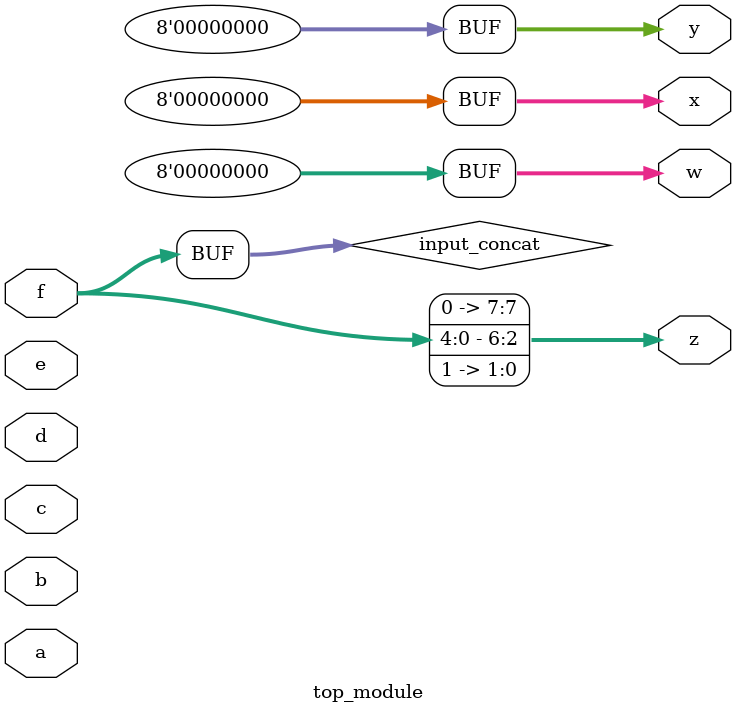
<source format=sv>
module top_module (
	input [4:0] a,
	input [4:0] b,
	input [4:0] c,
	input [4:0] d,
	input [4:0] e,
	input [4:0] f,
	output [7:0] w,
	output [7:0] x,
	output [7:0] y,
	output [7:0] z
);
// Concatenation of input ports with the fixed value 2'b11
wire [4:0] input_concat = {a, b, c, d, e, f};
assign {w, x, y, z} = {input_concat, 2'b11};
endmodule

</source>
